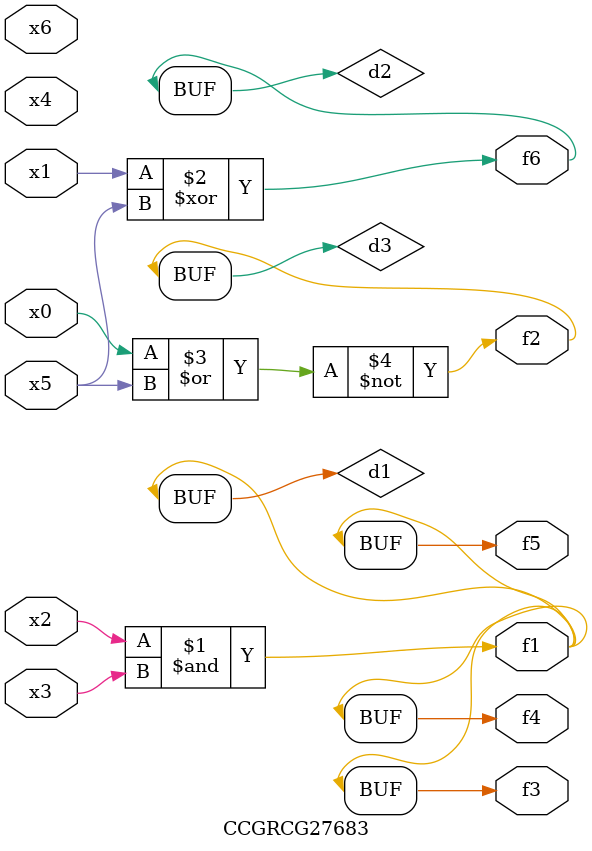
<source format=v>
module CCGRCG27683(
	input x0, x1, x2, x3, x4, x5, x6,
	output f1, f2, f3, f4, f5, f6
);

	wire d1, d2, d3;

	and (d1, x2, x3);
	xor (d2, x1, x5);
	nor (d3, x0, x5);
	assign f1 = d1;
	assign f2 = d3;
	assign f3 = d1;
	assign f4 = d1;
	assign f5 = d1;
	assign f6 = d2;
endmodule

</source>
